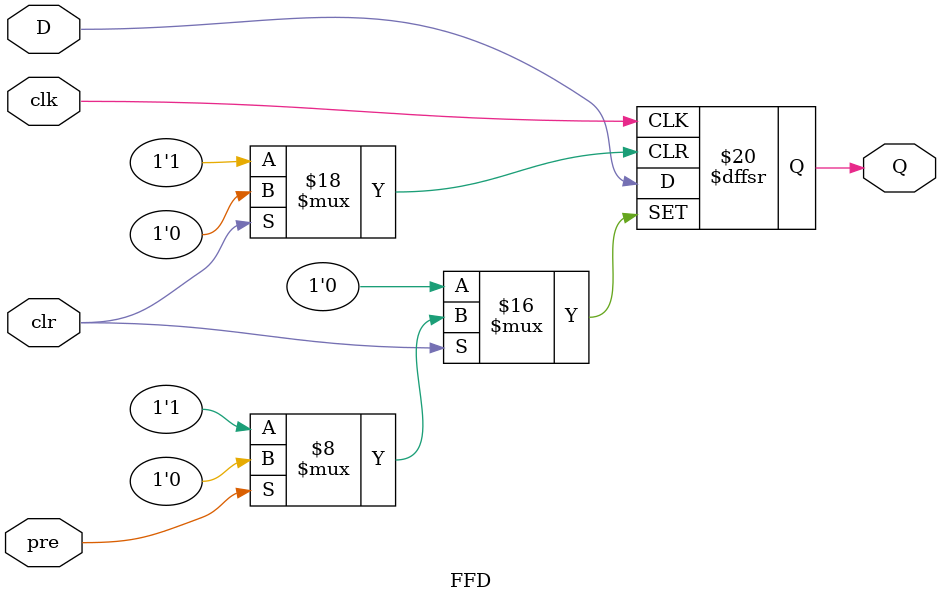
<source format=v>
`timescale 1ns / 1ps
module FFD(
	input clk, pre, clr, D,
	output reg Q
    );
always @(negedge clk, negedge pre, negedge clr)
	if (~pre)
		Q <= 1;
	else if (~clr)
		Q <= 0;
	else
		Q <= D;
endmodule

</source>
